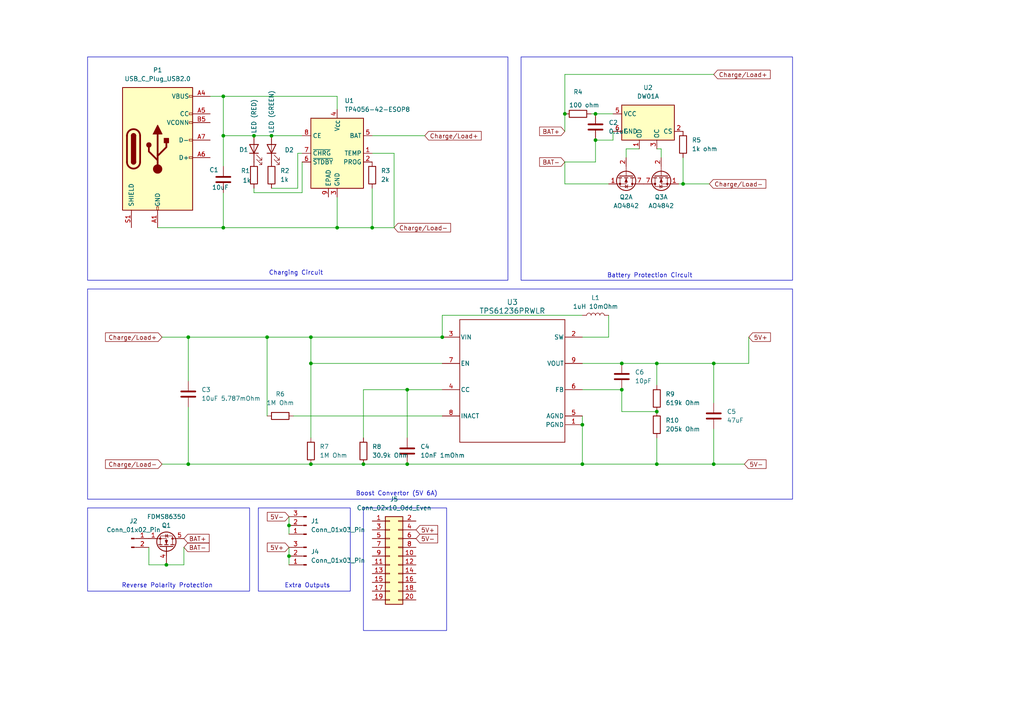
<source format=kicad_sch>
(kicad_sch (version 20250114) (generator "eeschema") (generator_version "9.0")
  (paper "A4")
  (lib_symbols
    (symbol "Battery_Management:DW01A"
      (property "Reference" "U" (at -6.604 6.35 0))
      (property "Value" "DW01A" (at 4.318 6.604 0))
      (symbol "DW01A_0_1"
        (pin power_in line (at -10.16 2.54 0) (length 2.54) (name "VCC") (number "5"))
        (pin power_in line (at -10.16 -2.54 0) (length 2.54) (name "GND") (number "6"))
        (pin output line (at -2.54 -7.62 90) (length 2.54) (name "OD") (number "1"))
        (pin output line (at 2.54 -7.62 90) (length 2.54) (name "OC") (number "3"))
        (pin input line (at 10.16 -2.54 180) (length 2.54) (name "CS") (number "2"))
      )
      (symbol "DW01A_1_1"
        (rectangle (start -7.62 5.08) (end 7.62 -5.08) (stroke (width 0.254)) (fill (type background)))
        (pin no_connect line (at 10.16 2.54 180) (length 2.54) (hide yes) (name "TD") (number "4"))
      )
    )
    (symbol "Battery_Management:TP4056-42-ESOP8"
      (property "Reference" "U" (at -6.604 11.684 0))
      (property "Value" "TP4056-42-ESOP8" (at 10.16 11.684 0))
      (symbol "TP4056-42-ESOP8_1_0"
        (pin input line (at -10.16 5.08 0) (length 2.54) (name "CE") (number "8"))
        (pin open_collector line (at -10.16 0 0) (length 2.54) (name "~{CHRG}") (number "7"))
        (pin open_collector line (at -10.16 -2.54 0) (length 2.54) (name "~{STDBY}") (number "6"))
        (pin passive line (at -2.54 -12.7 90) (length 2.54) (name "EPAD") (number "9"))
        (pin power_in line (at 0 12.7 270) (length 2.54) (name "V_{CC}") (number "4"))
        (pin power_in line (at 0 -12.7 90) (length 2.54) (name "GND") (number "3"))
        (pin power_out line (at 10.16 5.08 180) (length 2.54) (name "BAT") (number "5"))
        (pin input line (at 10.16 0 180) (length 2.54) (name "TEMP") (number "1"))
        (pin passive line (at 10.16 -2.54 180) (length 2.54) (name "PROG") (number "2"))
      )
      (symbol "TP4056-42-ESOP8_1_1"
        (rectangle (start -7.62 10.16) (end 7.62 -10.16) (stroke (width 0.254)) (fill (type background)))
      )
    )
    (symbol "Connector:Conn_01x02_Pin" (pin_names (offset 1.016) (hide yes))
      (property "Reference" "J" (at 0 2.54 0))
      (property "Value" "Conn_01x02_Pin" (at 0 -5.08 0))
      (symbol "Conn_01x02_Pin_1_1"
        (rectangle (start 0.8636 0.127) (end 0 -0.127) (stroke (width 0.1524)) (fill (type outline)))
        (rectangle (start 0.8636 -2.413) (end 0 -2.667) (stroke (width 0.1524)) (fill (type outline)))
        (polyline (pts (xy 1.27 0) (xy 0.8636 0)) (stroke (width 0.1524)))
        (polyline (pts (xy 1.27 -2.54) (xy 0.8636 -2.54)) (stroke (width 0.1524)))
        (pin passive line (at 5.08 0 180) (length 3.81) (name "Pin_1") (number "1"))
        (pin passive line (at 5.08 -2.54 180) (length 3.81) (name "Pin_2") (number "2"))
      )
    )
    (symbol "Connector:Conn_01x03_Pin" (pin_names (offset 1.016) (hide yes))
      (property "Reference" "J" (at 0 5.08 0))
      (property "Value" "Conn_01x03_Pin" (at 0 -5.08 0))
      (symbol "Conn_01x03_Pin_1_1"
        (rectangle (start 0.8636 2.667) (end 0 2.413) (stroke (width 0.1524)) (fill (type outline)))
        (rectangle (start 0.8636 0.127) (end 0 -0.127) (stroke (width 0.1524)) (fill (type outline)))
        (rectangle (start 0.8636 -2.413) (end 0 -2.667) (stroke (width 0.1524)) (fill (type outline)))
        (polyline (pts (xy 1.27 2.54) (xy 0.8636 2.54)) (stroke (width 0.1524)))
        (polyline (pts (xy 1.27 0) (xy 0.8636 0)) (stroke (width 0.1524)))
        (polyline (pts (xy 1.27 -2.54) (xy 0.8636 -2.54)) (stroke (width 0.1524)))
        (pin passive line (at 5.08 2.54 180) (length 3.81) (name "Pin_1") (number "1"))
        (pin passive line (at 5.08 0 180) (length 3.81) (name "Pin_2") (number "2"))
        (pin passive line (at 5.08 -2.54 180) (length 3.81) (name "Pin_3") (number "3"))
      )
    )
    (symbol "Connector:USB_C_Plug_USB2.0" (pin_names (offset 1.016))
      (property "Reference" "P" (at -10.16 19.05 0))
      (property "Value" "USB_C_Plug_USB2.0" (at 12.7 19.05 0))
      (symbol "USB_C_Plug_USB2.0_0_0"
        (rectangle (start -0.254 -17.78) (end 0.254 -16.764))
        (rectangle (start 10.16 15.494) (end 9.144 14.986))
        (rectangle (start 10.16 10.414) (end 9.144 9.906))
        (rectangle (start 10.16 7.874) (end 9.144 7.366))
        (rectangle (start 10.16 2.794) (end 9.144 2.286))
        (rectangle (start 10.16 -2.286) (end 9.144 -2.794))
      )
      (symbol "USB_C_Plug_USB2.0_0_1"
        (rectangle (start -10.16 17.78) (end 10.16 -17.78) (stroke (width 0.254)) (fill (type background)))
        (polyline (pts (xy -8.89 -3.81) (xy -8.89 3.81)) (stroke (width 0.508)))
        (rectangle (start -7.62 -3.81) (end -6.35 3.81) (stroke (width 0.254)) (fill (type outline)))
        (arc (start -7.62 3.81) (mid -6.985 4.4423) (end -6.35 3.81) (stroke (width 0.254)))
        (arc (start -7.62 3.81) (mid -6.985 4.4423) (end -6.35 3.81) (stroke (width 0.254)) (fill (type outline)))
        (arc (start -8.89 3.81) (mid -6.985 5.7067) (end -5.08 3.81) (stroke (width 0.508)))
        (arc (start -5.08 -3.81) (mid -6.985 -5.7067) (end -8.89 -3.81) (stroke (width 0.508)))
        (arc (start -6.35 -3.81) (mid -6.985 -4.4423) (end -7.62 -3.81) (stroke (width 0.254)))
        (arc (start -6.35 -3.81) (mid -6.985 -4.4423) (end -7.62 -3.81) (stroke (width 0.254)) (fill (type outline)))
        (polyline (pts (xy -5.08 3.81) (xy -5.08 -3.81)) (stroke (width 0.508)))
        (circle (center -2.54 1.143) (radius 0.635) (stroke (width 0.254)) (fill (type outline)))
        (polyline (pts (xy -1.27 4.318) (xy 0 6.858) (xy 1.27 4.318) (xy -1.27 4.318)) (stroke (width 0.254)) (fill (type outline)))
        (polyline (pts (xy 0 -2.032) (xy 2.54 0.508) (xy 2.54 1.778)) (stroke (width 0.508)))
        (polyline (pts (xy 0 -3.302) (xy -2.54 -0.762) (xy -2.54 0.508)) (stroke (width 0.508)))
        (polyline (pts (xy 0 -5.842) (xy 0 4.318)) (stroke (width 0.508)))
        (circle (center 0 -5.842) (radius 1.27) (fill (type outline)))
        (rectangle (start 1.905 1.778) (end 3.175 3.048) (stroke (width 0.254)) (fill (type outline)))
      )
      (symbol "USB_C_Plug_USB2.0_1_1"
        (pin passive line (at -7.62 -22.86 90) (length 5.08) (name "SHIELD") (number "S1"))
        (pin passive line (at 0 -22.86 90) (length 5.08) (name "GND") (number "A1"))
        (pin passive line (at 0 -22.86 90) (length 5.08) (hide yes) (name "GND") (number "A12"))
        (pin passive line (at 0 -22.86 90) (length 5.08) (hide yes) (name "GND") (number "B1"))
        (pin passive line (at 0 -22.86 90) (length 5.08) (hide yes) (name "GND") (number "B12"))
        (pin passive line (at 15.24 15.24 180) (length 5.08) (name "VBUS") (number "A4"))
        (pin passive line (at 15.24 15.24 180) (length 5.08) (hide yes) (name "VBUS") (number "A9"))
        (pin passive line (at 15.24 15.24 180) (length 5.08) (hide yes) (name "VBUS") (number "B4"))
        (pin passive line (at 15.24 15.24 180) (length 5.08) (hide yes) (name "VBUS") (number "B9"))
        (pin bidirectional line (at 15.24 10.16 180) (length 5.08) (name "CC") (number "A5"))
        (pin bidirectional line (at 15.24 7.62 180) (length 5.08) (name "VCONN") (number "B5"))
        (pin bidirectional line (at 15.24 2.54 180) (length 5.08) (name "D-") (number "A7"))
        (pin bidirectional line (at 15.24 -2.54 180) (length 5.08) (name "D+") (number "A6"))
      )
    )
    (symbol "Connector_Generic:Conn_02x10_Odd_Even" (pin_names (offset 1.016) (hide yes))
      (property "Reference" "J" (at 1.27 12.7 0))
      (property "Value" "Conn_02x10_Odd_Even" (at 1.27 -15.24 0))
      (symbol "Conn_02x10_Odd_Even_1_1"
        (rectangle (start -1.27 11.43) (end 3.81 -13.97) (stroke (width 0.254)) (fill (type background)))
        (rectangle (start -1.27 10.287) (end 0 10.033) (stroke (width 0.1524)))
        (rectangle (start -1.27 7.747) (end 0 7.493) (stroke (width 0.1524)))
        (rectangle (start -1.27 5.207) (end 0 4.953) (stroke (width 0.1524)))
        (rectangle (start -1.27 2.667) (end 0 2.413) (stroke (width 0.1524)))
        (rectangle (start -1.27 0.127) (end 0 -0.127) (stroke (width 0.1524)))
        (rectangle (start -1.27 -2.413) (end 0 -2.667) (stroke (width 0.1524)))
        (rectangle (start -1.27 -4.953) (end 0 -5.207) (stroke (width 0.1524)))
        (rectangle (start -1.27 -7.493) (end 0 -7.747) (stroke (width 0.1524)))
        (rectangle (start -1.27 -10.033) (end 0 -10.287) (stroke (width 0.1524)))
        (rectangle (start -1.27 -12.573) (end 0 -12.827) (stroke (width 0.1524)))
        (rectangle (start 3.81 10.287) (end 2.54 10.033) (stroke (width 0.1524)))
        (rectangle (start 3.81 7.747) (end 2.54 7.493) (stroke (width 0.1524)))
        (rectangle (start 3.81 5.207) (end 2.54 4.953) (stroke (width 0.1524)))
        (rectangle (start 3.81 2.667) (end 2.54 2.413) (stroke (width 0.1524)))
        (rectangle (start 3.81 0.127) (end 2.54 -0.127) (stroke (width 0.1524)))
        (rectangle (start 3.81 -2.413) (end 2.54 -2.667) (stroke (width 0.1524)))
        (rectangle (start 3.81 -4.953) (end 2.54 -5.207) (stroke (width 0.1524)))
        (rectangle (start 3.81 -7.493) (end 2.54 -7.747) (stroke (width 0.1524)))
        (rectangle (start 3.81 -10.033) (end 2.54 -10.287) (stroke (width 0.1524)))
        (rectangle (start 3.81 -12.573) (end 2.54 -12.827) (stroke (width 0.1524)))
        (pin passive line (at -5.08 10.16 0) (length 3.81) (name "Pin_1") (number "1"))
        (pin passive line (at -5.08 7.62 0) (length 3.81) (name "Pin_3") (number "3"))
        (pin passive line (at -5.08 5.08 0) (length 3.81) (name "Pin_5") (number "5"))
        (pin passive line (at -5.08 2.54 0) (length 3.81) (name "Pin_7") (number "7"))
        (pin passive line (at -5.08 0 0) (length 3.81) (name "Pin_9") (number "9"))
        (pin passive line (at -5.08 -2.54 0) (length 3.81) (name "Pin_11") (number "11"))
        (pin passive line (at -5.08 -5.08 0) (length 3.81) (name "Pin_13") (number "13"))
        (pin passive line (at -5.08 -7.62 0) (length 3.81) (name "Pin_15") (number "15"))
        (pin passive line (at -5.08 -10.16 0) (length 3.81) (name "Pin_17") (number "17"))
        (pin passive line (at -5.08 -12.7 0) (length 3.81) (name "Pin_19") (number "19"))
        (pin passive line (at 7.62 10.16 180) (length 3.81) (name "Pin_2") (number "2"))
        (pin passive line (at 7.62 7.62 180) (length 3.81) (name "Pin_4") (number "4"))
        (pin passive line (at 7.62 5.08 180) (length 3.81) (name "Pin_6") (number "6"))
        (pin passive line (at 7.62 2.54 180) (length 3.81) (name "Pin_8") (number "8"))
        (pin passive line (at 7.62 0 180) (length 3.81) (name "Pin_10") (number "10"))
        (pin passive line (at 7.62 -2.54 180) (length 3.81) (name "Pin_12") (number "12"))
        (pin passive line (at 7.62 -5.08 180) (length 3.81) (name "Pin_14") (number "14"))
        (pin passive line (at 7.62 -7.62 180) (length 3.81) (name "Pin_16") (number "16"))
        (pin passive line (at 7.62 -10.16 180) (length 3.81) (name "Pin_18") (number "18"))
        (pin passive line (at 7.62 -12.7 180) (length 3.81) (name "Pin_20") (number "20"))
      )
    )
    (symbol "Device:C" (pin_numbers (hide yes)) (pin_names (offset 0.254))
      (property "Reference" "C" (at 0.635 2.54 0))
      (property "Value" "C" (at 0.635 -2.54 0))
      (symbol "C_0_1"
        (polyline (pts (xy -2.032 0.762) (xy 2.032 0.762)) (stroke (width 0.508)))
        (polyline (pts (xy -2.032 -0.762) (xy 2.032 -0.762)) (stroke (width 0.508)))
      )
      (symbol "C_1_1"
        (pin passive line (at 0 3.81 270) (length 2.794) (name "~") (number "1"))
        (pin passive line (at 0 -3.81 90) (length 2.794) (name "~") (number "2"))
      )
    )
    (symbol "Device:L" (pin_numbers (hide yes)) (pin_names (offset 1.016) (hide yes))
      (property "Reference" "L" (at -1.27 0 90))
      (property "Value" "L" (at 1.905 0 90))
      (symbol "L_0_1"
        (arc (start 0 2.54) (mid 0.6323 1.905) (end 0 1.27))
        (arc (start 0 1.27) (mid 0.6323 0.635) (end 0 0))
        (arc (start 0 0) (mid 0.6323 -0.635) (end 0 -1.27))
        (arc (start 0 -1.27) (mid 0.6323 -1.905) (end 0 -2.54))
      )
      (symbol "L_1_1"
        (pin passive line (at 0 3.81 270) (length 1.27) (name "1") (number "1"))
        (pin passive line (at 0 -3.81 90) (length 1.27) (name "2") (number "2"))
      )
    )
    (symbol "Device:LED" (pin_numbers (hide yes)) (pin_names (offset 1.016) (hide yes))
      (property "Reference" "D" (at 0 2.54 0))
      (property "Value" "LED" (at 0 -2.54 0))
      (symbol "LED_0_1"
        (polyline (pts (xy -3.048 -0.762) (xy -4.572 -2.286) (xy -3.81 -2.286) (xy -4.572 -2.286) (xy -4.572 -1.524)))
        (polyline (pts (xy -1.778 -0.762) (xy -3.302 -2.286) (xy -2.54 -2.286) (xy -3.302 -2.286) (xy -3.302 -1.524)))
        (polyline (pts (xy -1.27 0) (xy 1.27 0)))
        (polyline (pts (xy -1.27 -1.27) (xy -1.27 1.27)) (stroke (width 0.254)))
        (polyline (pts (xy 1.27 -1.27) (xy 1.27 1.27) (xy -1.27 0) (xy 1.27 -1.27)) (stroke (width 0.254)))
      )
      (symbol "LED_1_1"
        (pin passive line (at -3.81 0 0) (length 2.54) (name "K") (number "1"))
        (pin passive line (at 3.81 0 180) (length 2.54) (name "A") (number "2"))
      )
    )
    (symbol "Device:R" (pin_numbers (hide yes)) (pin_names (offset 0))
      (property "Reference" "R" (at 2.032 0 90))
      (property "Value" "R" (at 0 0 90))
      (symbol "R_0_1"
        (rectangle (start -1.016 -2.54) (end 1.016 2.54) (stroke (width 0.254)))
      )
      (symbol "R_1_1"
        (pin passive line (at 0 3.81 270) (length 1.27) (name "~") (number "1"))
        (pin passive line (at 0 -3.81 90) (length 1.27) (name "~") (number "2"))
      )
    )
    (symbol "TPS61236PRWLR:TPS61236PRWLR" (pin_names (offset 0.254))
      (property "Reference" "U" (at 0 2.54 0))
      (property "Value" "TPS61236PRWLR" (at 0 0 0))
      (symbol "TPS61236PRWLR_0_1"
        (polyline (pts (xy -15.24 17.78) (xy -15.24 -17.78)) (stroke (width 0.2032)))
        (polyline (pts (xy -15.24 -17.78) (xy 15.24 -17.78)) (stroke (width 0.2032)))
        (polyline (pts (xy 15.24 17.78) (xy -15.24 17.78)) (stroke (width 0.2032)))
        (polyline (pts (xy 15.24 -17.78) (xy 15.24 17.78)) (stroke (width 0.2032)))
        (pin power_in line (at -20.32 12.7 0) (length 5.08) (name "VIN") (number "3"))
        (pin input line (at -20.32 5.08 0) (length 5.08) (name "EN") (number "7"))
        (pin unspecified line (at -20.32 -2.54 0) (length 5.08) (name "CC") (number "4"))
        (pin unspecified line (at -20.32 -10.16 0) (length 5.08) (name "INACT") (number "8"))
        (pin power_in line (at 20.32 12.7 180) (length 5.08) (name "SW") (number "2"))
        (pin power_in line (at 20.32 5.08 180) (length 5.08) (name "VOUT") (number "9"))
        (pin unspecified line (at 20.32 -2.54 180) (length 5.08) (name "FB") (number "6"))
        (pin power_in line (at 20.32 -10.16 180) (length 5.08) (name "AGND") (number "5"))
        (pin power_in line (at 20.32 -12.7 180) (length 5.08) (name "PGND") (number "1"))
      )
    )
    (symbol "Transistor_FET:AO4842" (pin_names (hide yes))
      (property "Reference" "Q" (at 5.08 1.905 0))
      (property "Value" "AO4842" (at 5.08 0 0))
      (symbol "AO4842_0_1"
        (polyline (pts (xy 0.254 1.905) (xy 0.254 -1.905)) (stroke (width 0.254)))
        (polyline (pts (xy 0.254 0) (xy -2.54 0)))
        (polyline (pts (xy 0.762 2.286) (xy 0.762 1.27)) (stroke (width 0.254)))
        (polyline (pts (xy 0.762 0.508) (xy 0.762 -0.508)) (stroke (width 0.254)))
        (polyline (pts (xy 0.762 -1.27) (xy 0.762 -2.286)) (stroke (width 0.254)))
        (polyline (pts (xy 0.762 -1.778) (xy 3.302 -1.778) (xy 3.302 1.778) (xy 0.762 1.778)))
        (polyline (pts (xy 1.016 0) (xy 2.032 0.381) (xy 2.032 -0.381) (xy 1.016 0)) (fill (type outline)))
        (circle (center 1.651 0) (radius 2.794) (stroke (width 0.254)))
        (polyline (pts (xy 2.54 2.54) (xy 2.54 1.778)))
        (circle (center 2.54 1.778) (radius 0.254) (fill (type outline)))
        (circle (center 2.54 -1.778) (radius 0.254) (fill (type outline)))
        (polyline (pts (xy 2.54 -2.54) (xy 2.54 0) (xy 0.762 0)))
        (polyline (pts (xy 2.794 0.508) (xy 2.921 0.381) (xy 3.683 0.381) (xy 3.81 0.254)))
        (polyline (pts (xy 3.302 0.381) (xy 2.921 -0.254) (xy 3.683 -0.254) (xy 3.302 0.381)))
      )
      (symbol "AO4842_1_1"
        (pin passive line (at -5.08 0 0) (length 2.54) (name "G1") (number "2"))
        (pin passive line (at 2.54 5.08 270) (length 2.54) (name "D1") (number "7"))
        (pin passive line (at 2.54 5.08 270) (length 2.54) (hide yes) (name "D1") (number "8"))
        (pin passive line (at 2.54 -5.08 90) (length 2.54) (name "S1") (number "1"))
      )
      (symbol "AO4842_2_1"
        (pin passive line (at -5.08 0 0) (length 2.54) (name "G2") (number "4"))
        (pin passive line (at 2.54 5.08 270) (length 2.54) (name "D2") (number "5"))
        (pin passive line (at 2.54 5.08 270) (length 2.54) (hide yes) (name "D2") (number "6"))
        (pin passive line (at 2.54 -5.08 90) (length 2.54) (name "S2") (number "3"))
      )
    )
    (symbol "Transistor_FET:FDMS86350" (pin_names (offset 0) (hide yes))
      (property "Reference" "Q" (at 5.08 1.905 0))
      (property "Value" "FDMS86350" (at 5.08 0 0))
      (symbol "FDMS86350_0_1"
        (polyline (pts (xy 0.254 1.905) (xy 0.254 -1.905)) (stroke (width 0.254)))
        (polyline (pts (xy 0.254 0) (xy -2.54 0)))
        (polyline (pts (xy 0.762 2.286) (xy 0.762 1.27)) (stroke (width 0.254)))
        (polyline (pts (xy 0.762 0.508) (xy 0.762 -0.508)) (stroke (width 0.254)))
        (polyline (pts (xy 0.762 -1.27) (xy 0.762 -2.286)) (stroke (width 0.254)))
        (polyline (pts (xy 0.762 -1.778) (xy 3.302 -1.778) (xy 3.302 1.778) (xy 0.762 1.778)))
        (polyline (pts (xy 1.016 0) (xy 2.032 0.381) (xy 2.032 -0.381) (xy 1.016 0)) (fill (type outline)))
        (circle (center 1.651 0) (radius 2.794) (stroke (width 0.254)))
        (polyline (pts (xy 2.54 2.54) (xy 2.54 1.778)))
        (circle (center 2.54 1.778) (radius 0.254) (fill (type outline)))
        (circle (center 2.54 -1.778) (radius 0.254) (fill (type outline)))
        (polyline (pts (xy 2.54 -2.54) (xy 2.54 0) (xy 0.762 0)))
        (polyline (pts (xy 2.794 0.508) (xy 2.921 0.381) (xy 3.683 0.381) (xy 3.81 0.254)))
        (polyline (pts (xy 3.302 0.381) (xy 2.921 -0.254) (xy 3.683 -0.254) (xy 3.302 0.381)))
      )
      (symbol "FDMS86350_1_1"
        (pin input line (at -5.08 0 0) (length 5.08) (name "G") (number "4"))
        (pin passive line (at 2.54 5.08 270) (length 2.54) (name "D") (number "5"))
        (pin passive line (at 2.54 -5.08 90) (length 2.54) (name "S") (number "1"))
        (pin passive line (at 2.54 -5.08 90) (length 2.54) (hide yes) (name "S") (number "2"))
        (pin passive line (at 2.54 -5.08 90) (length 2.54) (hide yes) (name "S") (number "3"))
      )
    )
  )
  (rectangle (start 25.4 16.51) (end 147.32 81.28))
  (rectangle (start 25.4 147.32) (end 72.39 171.45))
  (rectangle (start 105.41 147.32) (end 129.54 182.88))
  (rectangle (start 151.13 16.51) (end 229.87 81.28))
  (rectangle (start 25.4 83.82) (end 229.87 144.78))
  (rectangle (start 74.93 147.32) (end 101.6 171.45))
  (text "Extra Outputs" (at 89.154 169.926 0) (effects (font (size 1.27 1.27))))
  (text "Charging Circuit" (at 85.852 79.248 0) (effects (font (size 1.27 1.27))))
  (text "Boost Convertor (5V 6A)" (at 115.062 143.256 0) (effects (font (size 1.27 1.27))))
  (text "Reverse Polarity Protection" (at 48.514 169.926 0) (effects (font (size 1.27 1.27))))
  (text "Battery Protection Circuit" (at 188.468 80.01 0) (effects (font (size 1.27 1.27))))
  (junction (at 128.27 97.79))
  (junction (at 118.11 113.03))
  (junction (at 180.34 113.03))
  (junction (at 198.12 53.34))
  (junction (at 190.5 119.38))
  (junction (at 64.77 27.94))
  (junction (at 190.5 134.62))
  (junction (at 168.91 123.19))
  (junction (at 207.01 134.62))
  (junction (at 107.95 66.04))
  (junction (at 54.61 97.79))
  (junction (at 105.41 134.62))
  (junction (at 172.72 33.02))
  (junction (at 90.17 105.41))
  (junction (at 97.79 66.04))
  (junction (at 118.11 134.62))
  (junction (at 73.66 39.37))
  (junction (at 64.77 66.04))
  (junction (at 180.34 105.41))
  (junction (at 48.26 163.83))
  (junction (at 190.5 105.41))
  (junction (at 172.72 40.64))
  (junction (at 168.91 134.62))
  (junction (at 207.01 105.41))
  (junction (at 64.77 39.37))
  (junction (at 54.61 134.62))
  (junction (at 77.47 97.79))
  (junction (at 163.83 33.02))
  (junction (at 90.17 134.62))
  (junction (at 83.82 161.29))
  (junction (at 90.17 97.79))
  (junction (at 78.74 39.37))
  (junction (at 83.82 152.4))
  (wire (pts (xy 90.17 134.62) (xy 105.41 134.62)))
  (wire (pts (xy 172.72 40.64) (xy 172.72 46.99)))
  (wire (pts (xy 87.63 55.88) (xy 73.66 55.88)))
  (wire (pts (xy 64.77 27.94) (xy 97.79 27.94)))
  (wire (pts (xy 181.61 45.72) (xy 181.61 43.18)))
  (wire (pts (xy 118.11 113.03) (xy 128.27 113.03)))
  (wire (pts (xy 176.53 97.79) (xy 168.91 97.79)))
  (wire (pts (xy 54.61 134.62) (xy 90.17 134.62)))
  (wire (pts (xy 54.61 118.11) (xy 54.61 134.62)))
  (wire (pts (xy 128.27 97.79) (xy 90.17 97.79)))
  (wire (pts (xy 198.12 53.34) (xy 196.85 53.34)))
  (wire (pts (xy 168.91 134.62) (xy 190.5 134.62)))
  (wire (pts (xy 43.18 158.75) (xy 43.18 163.83)))
  (wire (pts (xy 190.5 134.62) (xy 207.01 134.62)))
  (wire (pts (xy 54.61 134.62) (xy 46.99 134.62)))
  (wire (pts (xy 163.83 33.02) (xy 163.83 21.59)))
  (wire (pts (xy 128.27 91.44) (xy 128.27 97.79)))
  (wire (pts (xy 198.12 53.34) (xy 205.74 53.34)))
  (wire (pts (xy 207.01 124.46) (xy 207.01 134.62)))
  (wire (pts (xy 163.83 21.59) (xy 207.01 21.59)))
  (wire (pts (xy 64.77 66.04) (xy 97.79 66.04)))
  (wire (pts (xy 168.91 120.65) (xy 168.91 123.19)))
  (wire (pts (xy 176.53 91.44) (xy 176.53 97.79)))
  (wire (pts (xy 85.09 120.65) (xy 128.27 120.65)))
  (wire (pts (xy 87.63 44.45) (xy 86.36 44.45)))
  (wire (pts (xy 53.34 158.75) (xy 53.34 163.83)))
  (wire (pts (xy 86.36 44.45) (xy 86.36 54.61)))
  (wire (pts (xy 97.79 57.15) (xy 97.79 66.04)))
  (wire (pts (xy 64.77 55.88) (xy 64.77 66.04)))
  (wire (pts (xy 190.5 43.18) (xy 191.77 43.18)))
  (wire (pts (xy 163.83 46.99) (xy 163.83 53.34)))
  (wire (pts (xy 105.41 113.03) (xy 118.11 113.03)))
  (wire (pts (xy 114.3 44.45) (xy 114.3 66.04)))
  (wire (pts (xy 73.66 39.37) (xy 78.74 39.37)))
  (wire (pts (xy 180.34 105.41) (xy 190.5 105.41)))
  (wire (pts (xy 83.82 149.86) (xy 83.82 152.4)))
  (wire (pts (xy 190.5 105.41) (xy 190.5 111.76)))
  (wire (pts (xy 77.47 97.79) (xy 54.61 97.79)))
  (wire (pts (xy 190.5 127) (xy 190.5 134.62)))
  (wire (pts (xy 207.01 134.62) (xy 215.9 134.62)))
  (wire (pts (xy 198.12 45.72) (xy 198.12 53.34)))
  (wire (pts (xy 168.91 123.19) (xy 168.91 134.62)))
  (wire (pts (xy 107.95 54.61) (xy 107.95 66.04)))
  (wire (pts (xy 217.17 105.41) (xy 217.17 97.79)))
  (wire (pts (xy 172.72 33.02) (xy 171.45 33.02)))
  (wire (pts (xy 181.61 43.18) (xy 185.42 43.18)))
  (wire (pts (xy 87.63 46.99) (xy 87.63 55.88)))
  (wire (pts (xy 107.95 66.04) (xy 97.79 66.04)))
  (wire (pts (xy 168.91 91.44) (xy 128.27 91.44)))
  (wire (pts (xy 43.18 163.83) (xy 48.26 163.83)))
  (wire (pts (xy 54.61 97.79) (xy 54.61 110.49)))
  (wire (pts (xy 107.95 44.45) (xy 114.3 44.45)))
  (wire (pts (xy 83.82 161.29) (xy 83.82 163.83)))
  (wire (pts (xy 163.83 38.1) (xy 163.83 33.02)))
  (wire (pts (xy 168.91 113.03) (xy 180.34 113.03)))
  (wire (pts (xy 90.17 97.79) (xy 90.17 105.41)))
  (wire (pts (xy 177.8 40.64) (xy 172.72 40.64)))
  (wire (pts (xy 107.95 39.37) (xy 123.19 39.37)))
  (wire (pts (xy 90.17 105.41) (xy 128.27 105.41)))
  (wire (pts (xy 107.95 66.04) (xy 114.3 66.04)))
  (wire (pts (xy 83.82 152.4) (xy 83.82 154.94)))
  (wire (pts (xy 64.77 39.37) (xy 64.77 48.26)))
  (wire (pts (xy 64.77 39.37) (xy 73.66 39.37)))
  (wire (pts (xy 168.91 105.41) (xy 180.34 105.41)))
  (wire (pts (xy 180.34 119.38) (xy 190.5 119.38)))
  (wire (pts (xy 64.77 39.37) (xy 64.77 27.94)))
  (wire (pts (xy 77.47 97.79) (xy 77.47 120.65)))
  (wire (pts (xy 190.5 105.41) (xy 207.01 105.41)))
  (wire (pts (xy 118.11 134.62) (xy 168.91 134.62)))
  (wire (pts (xy 78.74 39.37) (xy 87.63 39.37)))
  (wire (pts (xy 207.01 105.41) (xy 217.17 105.41)))
  (wire (pts (xy 105.41 127) (xy 105.41 113.03)))
  (wire (pts (xy 83.82 158.75) (xy 83.82 161.29)))
  (wire (pts (xy 177.8 33.02) (xy 172.72 33.02)))
  (wire (pts (xy 53.34 163.83) (xy 48.26 163.83)))
  (wire (pts (xy 207.01 105.41) (xy 207.01 116.84)))
  (wire (pts (xy 90.17 97.79) (xy 77.47 97.79)))
  (wire (pts (xy 163.83 53.34) (xy 176.53 53.34)))
  (wire (pts (xy 90.17 105.41) (xy 90.17 127)))
  (wire (pts (xy 118.11 127) (xy 118.11 113.03)))
  (wire (pts (xy 163.83 46.99) (xy 172.72 46.99)))
  (wire (pts (xy 73.66 55.88) (xy 73.66 54.61)))
  (wire (pts (xy 97.79 27.94) (xy 97.79 31.75)))
  (wire (pts (xy 60.96 27.94) (xy 64.77 27.94)))
  (wire (pts (xy 191.77 43.18) (xy 191.77 45.72)))
  (wire (pts (xy 105.41 134.62) (xy 118.11 134.62)))
  (wire (pts (xy 177.8 38.1) (xy 177.8 40.64)))
  (wire (pts (xy 86.36 54.61) (xy 78.74 54.61)))
  (wire (pts (xy 180.34 113.03) (xy 180.34 119.38)))
  (wire (pts (xy 45.72 66.04) (xy 64.77 66.04)))
  (wire (pts (xy 46.99 97.79) (xy 54.61 97.79)))
  (global_label "Charge{slash}Load+" (shape input) (at 207.01 21.59 0) (property "Intersheetrefs" "${INTERSHEET_REFS}" (effects (hide yes))))
  (global_label "Charge{slash}Load-" (shape input) (at 205.74 53.34 0) (property "Intersheetrefs" "${INTERSHEET_REFS}" (effects (hide yes))))
  (global_label "BAT+" (shape input) (at 163.83 38.1 180) (property "Intersheetrefs" "${INTERSHEET_REFS}" (effects (hide yes))))
  (global_label "BAT+" (shape input) (at 53.34 156.21 0) (property "Intersheetrefs" "${INTERSHEET_REFS}" (effects (hide yes))))
  (global_label "5V-" (shape input) (at 215.9 134.62 0) (property "Intersheetrefs" "${INTERSHEET_REFS}" (effects (hide yes))))
  (global_label "Charge{slash}Load+" (shape input) (at 46.99 97.79 180) (property "Intersheetrefs" "${INTERSHEET_REFS}" (effects (hide yes))))
  (global_label "BAT-" (shape input) (at 163.83 46.99 180) (property "Intersheetrefs" "${INTERSHEET_REFS}" (effects (hide yes))))
  (global_label "5V-" (shape input) (at 120.65 156.21 0) (property "Intersheetrefs" "${INTERSHEET_REFS}" (effects (hide yes))))
  (global_label "5V+" (shape input) (at 120.65 153.67 0) (property "Intersheetrefs" "${INTERSHEET_REFS}" (effects (hide yes))))
  (global_label "Charge{slash}Load-" (shape input) (at 114.3 66.04 0) (property "Intersheetrefs" "${INTERSHEET_REFS}" (effects (hide yes))))
  (global_label "5V+" (shape input) (at 83.82 158.75 180) (property "Intersheetrefs" "${INTERSHEET_REFS}" (effects (hide yes))))
  (global_label "5V-" (shape input) (at 83.82 149.86 180) (property "Intersheetrefs" "${INTERSHEET_REFS}" (effects (hide yes))))
  (global_label "Charge{slash}Load-" (shape input) (at 46.99 134.62 180) (property "Intersheetrefs" "${INTERSHEET_REFS}" (effects (hide yes))))
  (global_label "5V+" (shape input) (at 217.17 97.79 0) (property "Intersheetrefs" "${INTERSHEET_REFS}" (effects (hide yes))))
  (global_label "BAT-" (shape input) (at 53.34 158.75 0) (property "Intersheetrefs" "${INTERSHEET_REFS}" (effects (hide yes))))
  (global_label "Charge{slash}Load+" (shape input) (at 123.19 39.37 0) (property "Intersheetrefs" "${INTERSHEET_REFS}" (effects (hide yes))))
  (symbol (lib_id "Connector:Conn_01x02_Pin") (at 38.1 156.21 0) (unit 1)
    (property "Reference" "J2" (at 38.735 151.13 0))
    (property "Value" "Conn_01x02_Pin" (at 38.735 153.67 0))
    (property "Footprint" "Connector_PinHeader_2.54mm:PinHeader_1x02_P2.54mm_Vertical" (effects (hide yes)))
    (property "Description" "Generic connector, single row, 01x02, script generated" (effects (hide yes)))
  )
  (symbol (lib_id "Device:LED") (at 78.74 43.18 90) (unit 1)
    (property "Reference" "D2" (at 82.55 43.4974 90) (effects (justify right)))
    (property "Value" "LED (GREEN)" (at 78.74 26.162 0) (effects (justify right)))
    (property "Footprint" "LED_SMD:LED_0805_2012Metric_Pad1.15x1.40mm_HandSolder" (effects (hide yes)))
    (property "Description" "Light emitting diode" (effects (hide yes)))
    (property "Sim.Pins" "1=K 2=A" (effects (hide yes)))
  )
  (symbol (lib_id "Device:L") (at 172.72 91.44 90) (unit 1)
    (property "Reference" "L1" (at 172.72 86.36 90))
    (property "Value" "1uH 10mOhm" (at 172.72 88.9 90))
    (property "Footprint" "Inductor_SMD:L_0805_2012Metric_Pad1.05x1.20mm_HandSolder" (effects (hide yes)))
    (property "Description" "Inductor" (effects (hide yes)))
  )
  (symbol (lib_id "Battery_Management:DW01A") (at 187.96 35.56 0) (unit 1)
    (property "Reference" "U2" (at 187.96 25.4 0))
    (property "Value" "DW01A" (at 187.96 27.94 0))
    (property "Footprint" "Package_TO_SOT_SMD:SOT-23-6" (effects (hide yes)))
    (property "Datasheet" "https://hmsemi.com/downfile/DW01A.PDF" (effects (hide yes)))
    (property "Description" "Overcharge, overcurrent and overdischarge protection IC for single cell lithium-ion/polymer battery" (effects (hide yes)))
  )
  (symbol (lib_id "Device:R") (at 105.41 130.81 0) (unit 1)
    (property "Reference" "R8" (at 107.95 129.5399 0) (effects (justify left)))
    (property "Value" "30.9k Ohm" (at 107.95 132.0799 0) (effects (justify left)))
    (property "Footprint" "Resistor_SMD:R_0805_2012Metric_Pad1.20x1.40mm_HandSolder" (effects (hide yes)))
    (property "Description" "Resistor" (effects (hide yes)))
  )
  (symbol (lib_id "Device:R") (at 90.17 130.81 0) (unit 1)
    (property "Reference" "R7" (at 92.71 129.5399 0) (effects (justify left)))
    (property "Value" "1M Ohm" (at 92.71 132.0799 0) (effects (justify left)))
    (property "Footprint" "Resistor_SMD:R_0805_2012Metric_Pad1.20x1.40mm_HandSolder" (effects (hide yes)))
    (property "Description" "Resistor" (effects (hide yes)))
  )
  (symbol (lib_id "Connector:USB_C_Plug_USB2.0") (at 45.72 43.18 0) (unit 1)
    (property "Reference" "P1" (at 45.72 20.32 0))
    (property "Value" "USB_C_Plug_USB2.0" (at 45.72 22.86 0))
    (property "Footprint" "Connector_USB:USB_C_Receptacle_GCT_USB4125-xx-x_6P_TopMnt_Horizontal" (effects (hide yes)))
    (property "Datasheet" "https://www.usb.org/sites/default/files/documents/usb_type-c.zip" (effects (hide yes)))
    (property "Description" "USB 2.0-only Type-C Plug connector" (effects (hide yes)))
  )
  (symbol (lib_id "Device:C") (at 64.77 52.07 0) (unit 1)
    (property "Reference" "C1" (at 60.706 49.276 0) (effects (justify left)))
    (property "Value" "10uF" (at 61.468 54.356 0) (effects (justify left)))
    (property "Footprint" "Capacitor_SMD:C_0805_2012Metric_Pad1.18x1.45mm_HandSolder" (effects (hide yes)))
    (property "Description" "Unpolarized capacitor" (effects (hide yes)))
  )
  (symbol (lib_id "Device:C") (at 180.34 109.22 0) (unit 1)
    (property "Reference" "C6" (at 184.15 107.9499 0) (effects (justify left)))
    (property "Value" "10pF" (at 184.15 110.4899 0) (effects (justify left)))
    (property "Footprint" "Capacitor_SMD:C_0805_2012Metric_Pad1.18x1.45mm_HandSolder" (effects (hide yes)))
    (property "Description" "Unpolarized capacitor" (effects (hide yes)))
  )
  (symbol (lib_id "Device:C") (at 207.01 120.65 0) (unit 1)
    (property "Reference" "C5" (at 210.82 119.3799 0) (effects (justify left)))
    (property "Value" "47uF" (at 210.82 121.9199 0) (effects (justify left)))
    (property "Footprint" "Capacitor_SMD:C_0805_2012Metric_Pad1.18x1.45mm_HandSolder" (effects (hide yes)))
    (property "Description" "Unpolarized capacitor" (effects (hide yes)))
  )
  (symbol (lib_id "Transistor_FET:FDMS86350") (at 48.26 158.75 270) (mirror x) (unit 1)
    (property "Reference" "Q1" (at 48.26 152.4 90))
    (property "Value" "FDMS86350" (at 48.26 149.86 90))
    (property "Footprint" "Package_TO_SOT_SMD:TDSON-8-1" (effects (hide yes)))
    (property "Datasheet" "https://www.onsemi.com/pub/Collateral/FDMS86350-D.PDF" (effects (hide yes)))
    (property "Description" "25A Id, 80V Vds, N-Channel PowerTrench MOSFET, 2.4mOhm Ron, 155nC Qgmax, -55 to 150 °C, 5x6mm SON8" (effects (hide yes)))
  )
  (symbol (lib_id "Device:C") (at 54.61 114.3 0) (unit 1)
    (property "Reference" "C3" (at 58.42 113.0299 0) (effects (justify left)))
    (property "Value" "10uF 5.787mOhm" (at 58.42 115.5699 0) (effects (justify left)))
    (property "Footprint" "Capacitor_SMD:C_0805_2012Metric_Pad1.18x1.45mm_HandSolder" (effects (hide yes)))
    (property "Description" "Unpolarized capacitor" (effects (hide yes)))
  )
  (symbol (lib_id "Transistor_FET:AO4842") (at 191.77 50.8 90) (mirror x) (unit 1)
    (property "Reference" "Q3" (at 191.77 57.15 90))
    (property "Value" "AO4842" (at 191.77 59.69 90))
    (property "Footprint" "Package_SO:SOIC-8_3.9x4.9mm_P1.27mm" (effects (hide yes)))
    (property "Datasheet" "https://aosmd.com/sites/default/files/res/data_sheets/AO4842.pdf" (effects (hide yes)))
    (property "Description" "7.7A Id, 30V Vds, Dual N-Channel MOSFET, 21mOhm Ron, SO-8" (effects (hide yes)))
  )
  (symbol (lib_id "Device:R") (at 73.66 50.8 0) (unit 1)
    (property "Reference" "R1" (at 69.85 49.53 0) (effects (justify left)))
    (property "Value" "1k" (at 70.358 52.324 0) (effects (justify left)))
    (property "Footprint" "Resistor_SMD:R_0805_2012Metric_Pad1.20x1.40mm_HandSolder" (effects (hide yes)))
    (property "Description" "Resistor" (effects (hide yes)))
  )
  (symbol (lib_id "Device:R") (at 78.74 50.8 0) (unit 1)
    (property "Reference" "R2" (at 81.28 49.5299 0) (effects (justify left)))
    (property "Value" "1k" (at 81.28 52.0699 0) (effects (justify left)))
    (property "Footprint" "Resistor_SMD:R_0805_2012Metric_Pad1.20x1.40mm_HandSolder" (effects (hide yes)))
    (property "Description" "Resistor" (effects (hide yes)))
  )
  (symbol (lib_id "Device:R") (at 190.5 115.57 0) (unit 1)
    (property "Reference" "R9" (at 193.04 114.2999 0) (effects (justify left)))
    (property "Value" "619k Ohm" (at 193.04 116.8399 0) (effects (justify left)))
    (property "Footprint" "Resistor_SMD:R_0805_2012Metric_Pad1.20x1.40mm_HandSolder" (effects (hide yes)))
    (property "Description" "Resistor" (effects (hide yes)))
  )
  (symbol (lib_id "Device:R") (at 107.95 50.8 0) (unit 1)
    (property "Reference" "R3" (at 110.49 49.5299 0) (effects (justify left)))
    (property "Value" "2k" (at 110.49 52.0699 0) (effects (justify left)))
    (property "Footprint" "Resistor_SMD:R_0805_2012Metric_Pad1.20x1.40mm_HandSolder" (effects (hide yes)))
    (property "Description" "Resistor" (effects (hide yes)))
  )
  (symbol (lib_id "TPS61236PRWLR:TPS61236PRWLR") (at 148.59 110.49 0) (unit 1)
    (property "Reference" "U3" (at 148.59 87.63 0) (effects (font (size 1.524 1.524))))
    (property "Value" "TPS61236PRWLR" (at 148.59 90.17 0) (effects (font (size 1.524 1.524))))
    (property "Footprint" "TPS61236PRWLR:RWL0009A" (effects (hide yes)))
    (property "Datasheet" "https://www.ti.com/lit/gpn/tps61236p" (effects (hide yes)))
  )
  (symbol (lib_id "Transistor_FET:AO4842") (at 181.61 50.8 270) (unit 1)
    (property "Reference" "Q2" (at 181.61 57.15 90))
    (property "Value" "AO4842" (at 181.61 59.69 90))
    (property "Footprint" "Package_SO:SOIC-8_3.9x4.9mm_P1.27mm" (effects (hide yes)))
    (property "Datasheet" "https://aosmd.com/sites/default/files/res/data_sheets/AO4842.pdf" (effects (hide yes)))
    (property "Description" "7.7A Id, 30V Vds, Dual N-Channel MOSFET, 21mOhm Ron, SO-8" (effects (hide yes)))
  )
  (symbol (lib_id "Connector:Conn_01x03_Pin") (at 88.9 152.4 180) (unit 1)
    (property "Reference" "J1" (at 90.17 151.1299 0) (effects (justify right)))
    (property "Value" "Conn_01x03_Pin" (at 90.17 153.6699 0) (effects (justify right)))
    (property "Footprint" "Connector_PinHeader_2.54mm:PinHeader_1x03_P2.54mm_Horizontal" (effects (hide yes)))
    (property "Description" "Generic connector, single row, 01x03, script generated" (effects (hide yes)))
  )
  (symbol (lib_id "Device:C") (at 172.72 36.83 0) (unit 1)
    (property "Reference" "C2" (at 176.53 35.5599 0) (effects (justify left)))
    (property "Value" "0.1uF" (at 176.53 38.0999 0) (effects (justify left)))
    (property "Footprint" "Capacitor_SMD:C_0805_2012Metric_Pad1.18x1.45mm_HandSolder" (effects (hide yes)))
    (property "Description" "Unpolarized capacitor" (effects (hide yes)))
  )
  (symbol (lib_id "Device:R") (at 198.12 41.91 0) (unit 1)
    (property "Reference" "R5" (at 200.66 40.6399 0) (effects (justify left)))
    (property "Value" "1k ohm" (at 200.66 43.1799 0) (effects (justify left)))
    (property "Footprint" "Resistor_SMD:R_0805_2012Metric_Pad1.20x1.40mm_HandSolder" (effects (hide yes)))
    (property "Description" "Resistor" (effects (hide yes)))
  )
  (symbol (lib_id "Battery_Management:TP4056-42-ESOP8") (at 97.79 44.45 0) (unit 1)
    (property "Reference" "U1" (at 99.9333 29.21 0) (effects (justify left)))
    (property "Value" "TP4056-42-ESOP8" (at 99.9333 31.75 0) (effects (justify left)))
    (property "Footprint" "Package_SO:SOIC-8-1EP_3.9x4.9mm_P1.27mm_EP2.41x3.3mm_ThermalVias" (effects (hide yes)))
    (property "Datasheet" "https://www.lcsc.com/datasheet/lcsc_datasheet_2410121619_TOPPOWER-Nanjing-Extension-Microelectronics-TP4056-42-ESOP8_C16581.pdf" (effects (hide yes)))
    (property "Description" "1A Standalone Linear Li-ion/LiPo single-cell battery charger, 4.2V ±1% charge voltage, VCC = 4.0..8.0V, SOIC-8 (SOP-8)" (effects (hide yes)))
  )
  (symbol (lib_id "Device:R") (at 81.28 120.65 90) (unit 1)
    (property "Reference" "R6" (at 81.28 114.3 90))
    (property "Value" "1M Ohm" (at 81.28 116.84 90))
    (property "Footprint" "Resistor_SMD:R_0805_2012Metric_Pad1.20x1.40mm_HandSolder" (effects (hide yes)))
    (property "Description" "Resistor" (effects (hide yes)))
  )
  (symbol (lib_id "Device:R") (at 167.64 33.02 90) (unit 1)
    (property "Reference" "R4" (at 167.64 26.67 90))
    (property "Value" "100 ohm" (at 169.418 30.48 90))
    (property "Footprint" "Resistor_SMD:R_0805_2012Metric_Pad1.20x1.40mm_HandSolder" (effects (hide yes)))
    (property "Description" "Resistor" (effects (hide yes)))
  )
  (symbol (lib_id "Device:R") (at 190.5 123.19 0) (unit 1)
    (property "Reference" "R10" (at 193.04 121.9199 0) (effects (justify left)))
    (property "Value" "205k Ohm" (at 193.04 124.4599 0) (effects (justify left)))
    (property "Footprint" "Resistor_SMD:R_0805_2012Metric_Pad1.20x1.40mm_HandSolder" (effects (hide yes)))
    (property "Description" "Resistor" (effects (hide yes)))
  )
  (symbol (lib_id "Connector:Conn_01x03_Pin") (at 88.9 161.29 180) (unit 1)
    (property "Reference" "J4" (at 90.17 160.0199 0) (effects (justify right)))
    (property "Value" "Conn_01x03_Pin" (at 90.17 162.5599 0) (effects (justify right)))
    (property "Footprint" "Connector_PinHeader_2.54mm:PinHeader_1x03_P2.54mm_Horizontal" (effects (hide yes)))
    (property "Description" "Generic connector, single row, 01x03, script generated" (effects (hide yes)))
  )
  (symbol (lib_id "Device:LED") (at 73.66 43.18 90) (unit 1)
    (property "Reference" "D1" (at 69.342 43.434 90) (effects (justify right)))
    (property "Value" "LED (RED)" (at 73.66 28.702 0) (effects (justify right)))
    (property "Footprint" "LED_SMD:LED_0805_2012Metric_Pad1.15x1.40mm_HandSolder" (effects (hide yes)))
    (property "Description" "Light emitting diode" (effects (hide yes)))
    (property "Sim.Pins" "1=K 2=A" (effects (hide yes)))
  )
  (symbol (lib_id "Device:C") (at 118.11 130.81 0) (unit 1)
    (property "Reference" "C4" (at 121.92 129.5399 0) (effects (justify left)))
    (property "Value" "10nF 1mOhm" (at 121.92 132.0799 0) (effects (justify left)))
    (property "Footprint" "Capacitor_SMD:C_0805_2012Metric_Pad1.18x1.45mm_HandSolder" (effects (hide yes)))
    (property "Description" "Unpolarized capacitor" (effects (hide yes)))
  )
  (symbol (lib_id "Connector_Generic:Conn_02x10_Odd_Even") (at 113.03 161.29 0) (unit 1)
    (property "Reference" "J5" (at 114.3 144.78 0))
    (property "Value" "Conn_02x10_Odd_Even" (at 114.3 147.32 0))
    (property "Footprint" "Connector_PinHeader_2.54mm:PinHeader_2x10_P2.54mm_Vertical" (effects (hide yes)))
    (property "Description" "Generic connector, double row, 02x10, odd/even pin numbering scheme (row 1 odd numbers, row 2 even numbers), script generated (kicad-library-utils/schlib/autogen/connector/)" (effects (hide yes)))
  )
)
</source>
